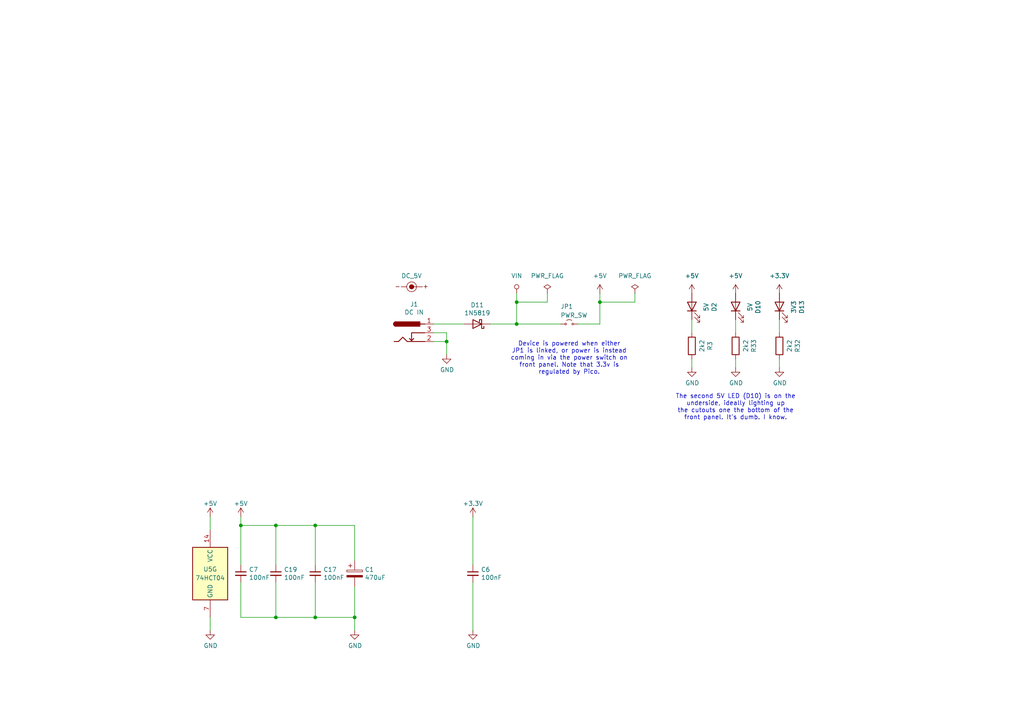
<source format=kicad_sch>
(kicad_sch (version 20231120) (generator "eeschema") (generator_version "8.0")
  (paper "A4")
  (title_block (title "BulkyModem Module (Power)"))
  (lib_symbols
    (symbol "74xx:74HCT04"
      (property "Reference" "U" (at 0 1.27 0))
      (property "Value" "74HCT04" (at 0 -1.27 0))
      (symbol "74HCT04_1_0"
        (polyline (pts (xy -3.81 3.81) (xy -3.81 -3.81) (xy 3.81 0) (xy -3.81 3.81)) (stroke (width 0.254)) (fill (type background)))
        (pin input line (at -7.62 0 0) (length 3.81) (name "~") (number "1"))
        (pin output inverted (at 7.62 0 180) (length 3.81) (name "~") (number "2"))
      )
      (symbol "74HCT04_2_0"
        (polyline (pts (xy -3.81 3.81) (xy -3.81 -3.81) (xy 3.81 0) (xy -3.81 3.81)) (stroke (width 0.254)) (fill (type background)))
        (pin input line (at -7.62 0 0) (length 3.81) (name "~") (number "3"))
        (pin output inverted (at 7.62 0 180) (length 3.81) (name "~") (number "4"))
      )
      (symbol "74HCT04_3_0"
        (polyline (pts (xy -3.81 3.81) (xy -3.81 -3.81) (xy 3.81 0) (xy -3.81 3.81)) (stroke (width 0.254)) (fill (type background)))
        (pin input line (at -7.62 0 0) (length 3.81) (name "~") (number "5"))
        (pin output inverted (at 7.62 0 180) (length 3.81) (name "~") (number "6"))
      )
      (symbol "74HCT04_4_0"
        (polyline (pts (xy -3.81 3.81) (xy -3.81 -3.81) (xy 3.81 0) (xy -3.81 3.81)) (stroke (width 0.254)) (fill (type background)))
        (pin output inverted (at 7.62 0 180) (length 3.81) (name "~") (number "8"))
        (pin input line (at -7.62 0 0) (length 3.81) (name "~") (number "9"))
      )
      (symbol "74HCT04_5_0"
        (polyline (pts (xy -3.81 3.81) (xy -3.81 -3.81) (xy 3.81 0) (xy -3.81 3.81)) (stroke (width 0.254)) (fill (type background)))
        (pin output inverted (at 7.62 0 180) (length 3.81) (name "~") (number "10"))
        (pin input line (at -7.62 0 0) (length 3.81) (name "~") (number "11"))
      )
      (symbol "74HCT04_6_0"
        (polyline (pts (xy -3.81 3.81) (xy -3.81 -3.81) (xy 3.81 0) (xy -3.81 3.81)) (stroke (width 0.254)) (fill (type background)))
        (pin output inverted (at 7.62 0 180) (length 3.81) (name "~") (number "12"))
        (pin input line (at -7.62 0 0) (length 3.81) (name "~") (number "13"))
      )
      (symbol "74HCT04_7_0"
        (pin power_in line (at 0 12.7 270) (length 5.08) (name "VCC") (number "14"))
        (pin power_in line (at 0 -12.7 90) (length 5.08) (name "GND") (number "7"))
      )
      (symbol "74HCT04_7_1"
        (rectangle (start -5.08 7.62) (end 5.08 -7.62) (stroke (width 0.254)) (fill (type background)))
      )
    )
    (symbol "BulkyModem:DC_5V" (pin_names (offset 1.016))
      (property "Reference" "SYM" (at 0 4.445 0))
      (property "Value" "DC_5V" (at 0 2.54 0))
      (symbol "DC_5V_0_0"
        (text "+" (at 4.064 0.1524 0) (effects (font (size 1.27 1.27))))
      )
      (symbol "DC_5V_0_1"
        (circle (center 0 0) (radius 0.635) (fill (type outline)))
        (circle (center 0 0) (radius 1.4224))
        (rectangle (start 0.635 0) (end 3.175 0))
      )
      (symbol "DC_5V_1_1"
        (polyline (pts (xy -1.4224 0) (xy -3.048 0)))
        (text "-" (at -4.064 0.127 0) (effects (font (size 1.27 1.27))))
      )
    )
    (symbol "Device:C_Polarized" (pin_numbers hide) (pin_names (offset 0.254))
      (property "Reference" "C" (at 0.635 2.54 0))
      (property "Value" "C_Polarized" (at 0.635 -2.54 0))
      (symbol "C_Polarized_0_1"
        (rectangle (start -2.286 0.508) (end 2.286 1.016))
        (polyline (pts (xy -1.778 2.286) (xy -0.762 2.286)))
        (polyline (pts (xy -1.27 2.794) (xy -1.27 1.778)))
        (rectangle (start 2.286 -0.508) (end -2.286 -1.016) (fill (type outline)))
      )
      (symbol "C_Polarized_1_1"
        (pin passive line (at 0 3.81 270) (length 2.794) (name "~") (number "1"))
        (pin passive line (at 0 -3.81 90) (length 2.794) (name "~") (number "2"))
      )
    )
    (symbol "Device:C_Small" (pin_numbers hide) (pin_names (offset 0.254) hide)
      (property "Reference" "C" (at 0.254 1.778 0))
      (property "Value" "C_Small" (at 0.254 -2.032 0))
      (symbol "C_Small_0_1"
        (polyline (pts (xy -1.524 -0.508) (xy 1.524 -0.508)) (stroke (width 0.3302)))
        (polyline (pts (xy -1.524 0.508) (xy 1.524 0.508)) (stroke (width 0.3048)))
      )
      (symbol "C_Small_1_1"
        (pin passive line (at 0 2.54 270) (length 2.032) (name "~") (number "1"))
        (pin passive line (at 0 -2.54 90) (length 2.032) (name "~") (number "2"))
      )
    )
    (symbol "Device:LED" (pin_numbers hide) (pin_names (offset 1.016) hide)
      (property "Reference" "D" (at 0 2.54 0))
      (property "Value" "LED" (at 0 -2.54 0))
      (symbol "LED_0_1"
        (polyline (pts (xy -1.27 -1.27) (xy -1.27 1.27)) (stroke (width 0.254)))
        (polyline (pts (xy -1.27 0) (xy 1.27 0)))
        (polyline (pts (xy 1.27 -1.27) (xy 1.27 1.27) (xy -1.27 0) (xy 1.27 -1.27)) (stroke (width 0.254)))
        (polyline (pts (xy -3.048 -0.762) (xy -4.572 -2.286) (xy -3.81 -2.286) (xy -4.572 -2.286) (xy -4.572 -1.524)))
        (polyline (pts (xy -1.778 -0.762) (xy -3.302 -2.286) (xy -2.54 -2.286) (xy -3.302 -2.286) (xy -3.302 -1.524)))
      )
      (symbol "LED_1_1"
        (pin passive line (at -3.81 0 0) (length 2.54) (name "K") (number "1"))
        (pin passive line (at 3.81 0 180) (length 2.54) (name "A") (number "2"))
      )
    )
    (symbol "Device:R" (pin_numbers hide) (pin_names (offset 0))
      (property "Reference" "R" (at 2.032 0 90))
      (property "Value" "R" (at 0 0 90))
      (symbol "R_0_1"
        (rectangle (start -1.016 -2.54) (end 1.016 2.54) (stroke (width 0.254)))
      )
      (symbol "R_1_1"
        (pin passive line (at 0 3.81 270) (length 1.27) (name "~") (number "1"))
        (pin passive line (at 0 -3.81 90) (length 1.27) (name "~") (number "2"))
      )
    )
    (symbol "Diode:1N5819" (pin_numbers hide) (pin_names (offset 1.016) hide)
      (property "Reference" "D" (at 0 2.54 0))
      (property "Value" "1N5819" (at 0 -2.54 0))
      (symbol "1N5819_0_1"
        (polyline (pts (xy 1.27 0) (xy -1.27 0)))
        (polyline (pts (xy 1.27 1.27) (xy 1.27 -1.27) (xy -1.27 0) (xy 1.27 1.27)) (stroke (width 0.254)))
        (polyline (pts (xy -1.905 0.635) (xy -1.905 1.27) (xy -1.27 1.27) (xy -1.27 -1.27) (xy -0.635 -1.27) (xy -0.635 -0.635)) (stroke (width 0.254)))
      )
      (symbol "1N5819_1_1"
        (pin passive line (at -3.81 0 0) (length 2.54) (name "K") (number "1"))
        (pin passive line (at 3.81 0 180) (length 2.54) (name "A") (number "2"))
      )
    )
    (symbol "Jumper:Jumper_2_Small_Open" (pin_numbers hide) (pin_names (offset 0) hide) (exclude_from_sim yes)
      (property "Reference" "JP" (at 0 2.794 0))
      (property "Value" "Jumper_2_Small_Open" (at 0 -2.286 0))
      (symbol "Jumper_2_Small_Open_0_0"
        (circle (center -1.016 0) (radius 0.254))
        (circle (center 1.016 0) (radius 0.254))
      )
      (symbol "Jumper_2_Small_Open_0_1"
        (arc (start 0.762 1.0196) (mid 0 1.2729) (end -0.762 1.0196))
      )
      (symbol "Jumper_2_Small_Open_1_1"
        (pin passive line (at -2.54 0 0) (length 1.27) (name "A") (number "1"))
        (pin passive line (at 2.54 0 180) (length 1.27) (name "B") (number "2"))
      )
    )
    (symbol "barrel_jack:Jack-DC" (pin_names (offset 1.016))
      (property "Reference" "J" (at 0 5.334 0))
      (property "Value" "Jack-DC" (at 0 -4.445 0))
      (symbol "Jack-DC_0_1"
        (arc (start -3.302 3.175) (mid -3.937 2.54) (end -3.302 1.905) (stroke (width 0.254)))
        (arc (start -3.302 3.175) (mid -3.937 2.54) (end -3.302 1.905) (stroke (width 0.254)) (fill (type outline)))
        (polyline (pts (xy 1.27 -2.286) (xy 1.905 -1.651)) (stroke (width 0.254)))
        (polyline (pts (xy 5.08 2.54) (xy 3.81 2.54)) (stroke (width 0.254)))
        (polyline (pts (xy 5.08 0) (xy 1.27 0) (xy 1.27 -2.286) (xy 0.635 -1.651)) (stroke (width 0.254)))
        (polyline (pts (xy -3.81 -2.54) (xy -2.54 -2.54) (xy -1.27 -1.27) (xy 0 -2.54) (xy 2.54 -2.54) (xy 5.08 -2.54)) (stroke (width 0.254)))
        (rectangle (start 3.683 3.175) (end -3.302 1.905) (stroke (width 0.254)) (fill (type outline)))
      )
      (symbol "Jack-DC_1_1"
        (pin power_out line (at 7.62 2.54 180) (length 2.54) (name "~") (number "1"))
        (pin power_out line (at 7.62 -2.54 180) (length 2.54) (name "~") (number "2"))
        (pin passive line (at 7.62 0 180) (length 2.54) (name "~") (number "3"))
      )
    )
    (symbol "barrel_jack:VIN" (power) (pin_names (offset 0))
      (property "Value" "VIN" (at 0 3.81 0))
      (symbol "VIN_0_1"
        (polyline (pts (xy 0 0) (xy 0 1.27)))
        (circle (center 0 1.905) (radius 0.635))
      )
      (symbol "VIN_1_1"
        (pin power_in line (at 0 0 90) (length 0) hide (name "VIN") (number "1"))
      )
    )
    (symbol "power:+3.3V" (power) (pin_numbers hide) (pin_names (offset 0) hide)
      (property "Value" "+3.3V" (at 0 3.556 0))
      (symbol "+3.3V_0_1"
        (polyline (pts (xy -0.762 1.27) (xy 0 2.54)))
        (polyline (pts (xy 0 0) (xy 0 2.54)))
        (polyline (pts (xy 0 2.54) (xy 0.762 1.27)))
      )
      (symbol "+3.3V_1_1"
        (pin power_in line (at 0 0 90) (length 0) (name "~") (number "1"))
      )
    )
    (symbol "power:+5V" (power) (pin_numbers hide) (pin_names (offset 0) hide)
      (property "Value" "+5V" (at 0 3.556 0))
      (symbol "+5V_0_1"
        (polyline (pts (xy -0.762 1.27) (xy 0 2.54)))
        (polyline (pts (xy 0 0) (xy 0 2.54)))
        (polyline (pts (xy 0 2.54) (xy 0.762 1.27)))
      )
      (symbol "+5V_1_1"
        (pin power_in line (at 0 0 90) (length 0) (name "~") (number "1"))
      )
    )
    (symbol "power:GND" (power) (pin_numbers hide) (pin_names (offset 0) hide)
      (property "Value" "GND" (at 0 -3.81 0))
      (symbol "GND_0_1"
        (polyline (pts (xy 0 0) (xy 0 -1.27) (xy 1.27 -1.27) (xy 0 -2.54) (xy -1.27 -1.27) (xy 0 -1.27)))
      )
      (symbol "GND_1_1"
        (pin power_in line (at 0 0 270) (length 0) (name "~") (number "1"))
      )
    )
    (symbol "power:PWR_FLAG" (power) (pin_numbers hide) (pin_names (offset 0) hide)
      (property "Value" "PWR_FLAG" (at 0 3.81 0))
      (symbol "PWR_FLAG_0_0"
        (pin power_out line (at 0 0 90) (length 0) (name "~") (number "1"))
      )
      (symbol "PWR_FLAG_0_1"
        (polyline (pts (xy 0 0) (xy 0 1.27) (xy -1.016 1.905) (xy 0 2.54) (xy 1.016 1.905) (xy 0 1.27)))
      )
    )
  )
  (junction (at 91.44 179.07))
  (junction (at 80.01 179.07))
  (junction (at 149.86 93.98))
  (junction (at 80.01 152.4))
  (junction (at 91.44 152.4))
  (junction (at 102.87 179.07))
  (junction (at 173.99 87.63))
  (junction (at 129.54 99.06))
  (junction (at 69.85 152.4))
  (junction (at 149.86 87.63))
  (wire (pts (xy 129.54 99.06) (xy 129.54 102.87)))
  (wire (pts (xy 102.87 170.18) (xy 102.87 179.07)))
  (wire (pts (xy 149.86 87.63) (xy 149.86 93.98)))
  (wire (pts (xy 80.01 179.07) (xy 91.44 179.07)))
  (wire (pts (xy 69.85 152.4) (xy 69.85 163.83)))
  (wire (pts (xy 80.01 152.4) (xy 80.01 163.83)))
  (wire (pts (xy 137.16 168.91) (xy 137.16 182.88)))
  (wire (pts (xy 149.86 93.98) (xy 162.56 93.98)))
  (wire (pts (xy 158.75 87.63) (xy 149.86 87.63)))
  (wire (pts (xy 149.86 85.09) (xy 149.86 87.63)))
  (wire (pts (xy 69.85 149.86) (xy 69.85 152.4)))
  (wire (pts (xy 226.06 104.14) (xy 226.06 106.68)))
  (wire (pts (xy 158.75 85.09) (xy 158.75 87.63)))
  (wire (pts (xy 80.01 152.4) (xy 91.44 152.4)))
  (wire (pts (xy 60.96 179.07) (xy 60.96 182.88)))
  (wire (pts (xy 69.85 179.07) (xy 80.01 179.07)))
  (wire (pts (xy 137.16 149.86) (xy 137.16 163.83)))
  (wire (pts (xy 125.73 93.98) (xy 134.62 93.98)))
  (wire (pts (xy 184.15 87.63) (xy 184.15 85.09)))
  (wire (pts (xy 200.66 92.71) (xy 200.66 96.52)))
  (wire (pts (xy 80.01 168.91) (xy 80.01 179.07)))
  (wire (pts (xy 80.01 152.4) (xy 69.85 152.4)))
  (wire (pts (xy 173.99 85.09) (xy 173.99 87.63)))
  (wire (pts (xy 226.06 92.71) (xy 226.06 96.52)))
  (wire (pts (xy 60.96 149.86) (xy 60.96 153.67)))
  (wire (pts (xy 173.99 87.63) (xy 173.99 93.98)))
  (wire (pts (xy 125.73 99.06) (xy 129.54 99.06)))
  (wire (pts (xy 125.73 96.52) (xy 129.54 96.52)))
  (wire (pts (xy 91.44 168.91) (xy 91.44 179.07)))
  (wire (pts (xy 102.87 152.4) (xy 91.44 152.4)))
  (wire (pts (xy 102.87 179.07) (xy 91.44 179.07)))
  (wire (pts (xy 129.54 96.52) (xy 129.54 99.06)))
  (wire (pts (xy 69.85 168.91) (xy 69.85 179.07)))
  (wire (pts (xy 213.36 92.71) (xy 213.36 96.52)))
  (wire (pts (xy 173.99 93.98) (xy 167.64 93.98)))
  (wire (pts (xy 213.36 104.14) (xy 213.36 106.68)))
  (wire (pts (xy 91.44 152.4) (xy 91.44 163.83)))
  (wire (pts (xy 142.24 93.98) (xy 149.86 93.98)))
  (wire (pts (xy 102.87 179.07) (xy 102.87 182.88)))
  (wire (pts (xy 200.66 104.14) (xy 200.66 106.68)))
  (wire (pts (xy 173.99 87.63) (xy 184.15 87.63)))
  (wire (pts (xy 102.87 162.56) (xy 102.87 152.4)))
  (text "Device is powered when either\nJP1 is linked, or power is instead\ncoming in via the power switch on\nfront panel. Note that 3.3v is\nregulated by Pico." (at 165.1 99.06 0) (effects (font (size 1.27 1.27)) (justify top)))
  (text "The second 5V LED (D10) is on the\nunderside, ideally lighting up\nthe cutouts one the bottom of the\nfront panel. It's dumb. I know." (at 213.36 118.11 0) (effects (font (size 1.27 1.27))))
  (symbol (lib_id "Device:C_Small") (at 91.44 166.37 0) (unit 1)
    (property "Reference" "C17" (at 93.7768 165.2016 0) (effects (justify left)))
    (property "Value" "100nF" (at 93.7768 167.513 0) (effects (justify left)))
    (property "Footprint" "Capacitor_THT:C_Disc_D4.7mm_W2.5mm_P5.00mm" (effects (hide yes)))
    (property "Description" "Unpolarized capacitor, small symbol" (effects (hide yes)))
  )
  (symbol (lib_id "Device:C_Small") (at 80.01 166.37 0) (unit 1)
    (property "Reference" "C19" (at 82.3468 165.2016 0) (effects (justify left)))
    (property "Value" "100nF" (at 82.3468 167.513 0) (effects (justify left)))
    (property "Footprint" "Capacitor_THT:C_Disc_D4.7mm_W2.5mm_P5.00mm" (effects (hide yes)))
    (property "Description" "Unpolarized capacitor, small symbol" (effects (hide yes)))
  )
  (symbol (lib_id "Device:C_Small") (at 69.85 166.37 0) (unit 1)
    (property "Reference" "C7" (at 72.1868 165.2016 0) (effects (justify left)))
    (property "Value" "100nF" (at 72.1868 167.513 0) (effects (justify left)))
    (property "Footprint" "Capacitor_THT:C_Disc_D4.7mm_W2.5mm_P5.00mm" (effects (hide yes)))
    (property "Description" "Unpolarized capacitor, small symbol" (effects (hide yes)))
  )
  (symbol (lib_id "Jumper:Jumper_2_Small_Open") (at 165.1 93.98 0) (unit 1) (exclude_from_sim yes)
    (property "Reference" "JP1" (at 162.56 88.9 0) (effects (justify left)))
    (property "Value" "PWR_SW" (at 162.56 91.44 0) (effects (justify left)))
    (property "Footprint" "Connector_PinHeader_2.54mm:PinHeader_1x02_P2.54mm_Vertical" (effects (hide yes)))
    (property "Description" "Jumper, 2-pole, small symbol, open" (effects (hide yes)))
  )
  (symbol (lib_id "barrel_jack:Jack-DC") (at 118.11 96.52 0) (unit 1)
    (property "Reference" "J1" (at 120.1166 88.265 0))
    (property "Value" "DC IN" (at 120.1166 90.5764 0))
    (property "Footprint" "BulkyModem:BARREL_JACK" (effects (hide yes)))
    (property "Description" "DC Barrel Jack" (effects (hide yes)))
  )
  (symbol (lib_id "power:GND") (at 129.54 102.87 0) (unit 1)
    (property "Reference" "#PWR0108" (effects (hide yes)))
    (property "Value" "GND" (at 129.667 107.2642 0))
    (property "Description" "Power symbol creates a global label with name \"GND\" , ground" (effects (hide yes)))
  )
  (symbol (lib_id "Device:C_Small") (at 137.16 166.37 0) (unit 1)
    (property "Reference" "C6" (at 139.4968 165.2016 0) (effects (justify left)))
    (property "Value" "100nF" (at 139.4968 167.513 0) (effects (justify left)))
    (property "Footprint" "Capacitor_THT:C_Disc_D4.7mm_W2.5mm_P5.00mm" (effects (hide yes)))
    (property "Description" "Unpolarized capacitor, small symbol" (effects (hide yes)))
  )
  (symbol (lib_id "Device:C_Polarized") (at 102.87 166.37 0) (unit 1)
    (property "Reference" "C1" (at 105.791 165.2016 0) (effects (justify left)))
    (property "Value" "470uF" (at 105.791 167.513 0) (effects (justify left)))
    (property "Footprint" "Capacitor_THT:CP_Radial_D8.0mm_P3.50mm" (effects (hide yes)))
    (property "Description" "Polarized capacitor" (effects (hide yes)))
  )
  (symbol (lib_id "power:+5V") (at 69.85 149.86 0) (unit 1)
    (property "Reference" "#PWR0110" (effects (hide yes)))
    (property "Value" "+5V" (at 69.85 146.05 0))
    (property "Description" "Power symbol creates a global label with name \"+5V\"" (effects (hide yes)))
  )
  (symbol (lib_id "power:GND") (at 60.96 182.88 0) (unit 1)
    (property "Reference" "#PWR0133" (effects (hide yes)))
    (property "Value" "GND" (at 61.087 187.2742 0))
    (property "Description" "Power symbol creates a global label with name \"GND\" , ground" (effects (hide yes)))
  )
  (symbol (lib_id "BulkyModem:DC_5V") (at 119.38 83.185 0) (unit 1)
    (property "Reference" "SYM1" (effects (hide yes)))
    (property "Value" "DC_5V" (at 119.38 80.01 0))
    (property "Footprint" "BulkyModem:PWR_Specification" (effects (hide yes)))
  )
  (symbol (lib_id "barrel_jack:VIN") (at 149.86 85.09 0) (unit 1)
    (property "Reference" "#PWR0134" (effects (hide yes)))
    (property "Value" "VIN" (at 149.86 80.01 0))
    (property "Description" "Power symbol creates a global label with name \"LINE\"" (effects (hide yes)))
  )
  (symbol (lib_id "Diode:1N5819") (at 138.43 93.98 180) (unit 1)
    (property "Reference" "D11" (at 138.43 88.4682 0))
    (property "Value" "1N5819" (at 138.43 90.7796 0))
    (property "Footprint" "BulkyModem:D_DO-41_SOD81_P10.16mm_Horizontal" (effects (hide yes)))
    (property "Datasheet" "http://www.vishay.com/docs/88525/1n5817.pdf" (effects (hide yes)))
    (property "Description" "40V 1A Schottky Barrier Rectifier Diode, DO-41" (effects (hide yes)))
  )
  (symbol (lib_id "power:GND") (at 137.16 182.88 0) (unit 1)
    (property "Reference" "#PWR018" (effects (hide yes)))
    (property "Value" "GND" (at 137.287 187.2742 0))
    (property "Description" "Power symbol creates a global label with name \"GND\" , ground" (effects (hide yes)))
  )
  (symbol (lib_id "power:GND") (at 200.66 106.68 0) (unit 1)
    (property "Reference" "#PWR034" (effects (hide yes)))
    (property "Value" "GND" (at 200.787 111.0742 0))
    (property "Description" "Power symbol creates a global label with name \"GND\" , ground" (effects (hide yes)))
  )
  (symbol (lib_id "power:+3.3V") (at 226.06 85.09 0) (unit 1)
    (property "Reference" "#PWR032" (effects (hide yes)))
    (property "Value" "+3.3V" (at 226.06 80.01 0))
    (property "Description" "Power symbol creates a global label with name \"+3.3V\"" (effects (hide yes)))
  )
  (symbol (lib_id "Device:R") (at 226.06 100.33 180) (unit 1)
    (property "Reference" "R32" (at 231.3178 100.33 90))
    (property "Value" "2k2" (at 229.0064 100.33 90))
    (property "Footprint" "resistor:R_Axial_DIN0207_L6.3mm_D2.5mm_P10.16mm_Horizontal" (effects (hide yes)))
    (property "Description" "Resistor" (effects (hide yes)))
  )
  (symbol (lib_id "power:GND") (at 213.36 106.68 0) (unit 1)
    (property "Reference" "#PWR039" (effects (hide yes)))
    (property "Value" "GND" (at 213.487 111.0742 0))
    (property "Description" "Power symbol creates a global label with name \"GND\" , ground" (effects (hide yes)))
  )
  (symbol (lib_id "Device:LED") (at 213.36 88.9 90) (unit 1)
    (property "Reference" "D10" (at 219.837 89.0778 0))
    (property "Value" "5V" (at 217.5256 89.0778 0))
    (property "Footprint" "LED_THT:LED_D3.0mm_Horizontal_O1.27mm_Z2.0mm" (effects (hide yes)))
    (property "Description" "Light emitting diode" (effects (hide yes)))
  )
  (symbol (lib_id "power:GND") (at 102.87 182.88 0) (unit 1)
    (property "Reference" "#PWR028" (effects (hide yes)))
    (property "Value" "GND" (at 102.997 187.2742 0))
    (property "Description" "Power symbol creates a global label with name \"GND\" , ground" (effects (hide yes)))
  )
  (symbol (lib_id "power:+3.3V") (at 137.16 149.86 0) (unit 1)
    (property "Reference" "#PWR016" (effects (hide yes)))
    (property "Value" "+3.3V" (at 137.16 146.05 0))
    (property "Description" "Power symbol creates a global label with name \"+3.3V\"" (effects (hide yes)))
  )
  (symbol (lib_id "Device:LED") (at 200.66 88.9 90) (unit 1)
    (property "Reference" "D2" (at 207.137 89.0778 0))
    (property "Value" "5V" (at 204.8256 89.0778 0))
    (property "Footprint" "LED_THT:LED_D3.0mm" (effects (hide yes)))
    (property "Description" "Light emitting diode" (effects (hide yes)))
  )
  (symbol (lib_id "power:+5V") (at 173.99 85.09 0) (unit 1)
    (property "Reference" "#PWR017" (effects (hide yes)))
    (property "Value" "+5V" (at 173.99 80.01 0))
    (property "Description" "Power symbol creates a global label with name \"+5V\"" (effects (hide yes)))
  )
  (symbol (lib_id "Device:R") (at 213.36 100.33 180) (unit 1)
    (property "Reference" "R33" (at 218.6178 100.33 90))
    (property "Value" "2k2" (at 216.3064 100.33 90))
    (property "Footprint" "resistor:R_Axial_DIN0207_L6.3mm_D2.5mm_P10.16mm_Horizontal" (effects (hide yes)))
    (property "Description" "Resistor" (effects (hide yes)))
  )
  (symbol (lib_id "power:+5V") (at 60.96 149.86 0) (unit 1)
    (property "Reference" "#PWR027" (effects (hide yes)))
    (property "Value" "+5V" (at 60.96 146.05 0))
    (property "Description" "Power symbol creates a global label with name \"+5V\"" (effects (hide yes)))
  )
  (symbol (lib_id "power:+5V") (at 213.36 85.09 0) (unit 1)
    (property "Reference" "#PWR038" (effects (hide yes)))
    (property "Value" "+5V" (at 213.36 80.01 0))
    (property "Description" "Power symbol creates a global label with name \"+5V\"" (effects (hide yes)))
  )
  (symbol (lib_id "Device:LED") (at 226.06 88.9 90) (unit 1)
    (property "Reference" "D13" (at 232.537 89.0778 0))
    (property "Value" "3V3" (at 230.2256 89.0778 0))
    (property "Footprint" "LED_THT:LED_D3.0mm" (effects (hide yes)))
    (property "Description" "Light emitting diode" (effects (hide yes)))
  )
  (symbol (lib_id "power:GND") (at 226.06 106.68 0) (unit 1)
    (property "Reference" "#PWR033" (effects (hide yes)))
    (property "Value" "GND" (at 226.187 111.0742 0))
    (property "Description" "Power symbol creates a global label with name \"GND\" , ground" (effects (hide yes)))
  )
  (symbol (lib_id "power:+5V") (at 200.66 85.09 0) (unit 1)
    (property "Reference" "#PWR04" (effects (hide yes)))
    (property "Value" "+5V" (at 200.66 80.01 0))
    (property "Description" "Power symbol creates a global label with name \"+5V\"" (effects (hide yes)))
  )
  (symbol (lib_id "74xx:74HCT04") (at 60.96 166.37 0) (unit 7)
    (property "Reference" "U5" (at 60.96 165.1 0))
    (property "Value" "74HCT04" (at 60.96 167.64 0))
    (property "Footprint" "Package_DIP:DIP-14_W7.62mm_Socket_LongPads" (effects (hide yes)))
    (property "Datasheet" "https://assets.nexperia.com/documents/data-sheet/74HC_HCT04.pdf" (effects (hide yes)))
    (property "Description" "Hex Inverter" (effects (hide yes)))
  )
  (symbol (lib_id "Device:R") (at 200.66 100.33 180) (unit 1)
    (property "Reference" "R3" (at 205.9178 100.33 90))
    (property "Value" "2k2" (at 203.6064 100.33 90))
    (property "Footprint" "resistor:R_Axial_DIN0207_L6.3mm_D2.5mm_P10.16mm_Horizontal" (effects (hide yes)))
    (property "Description" "Resistor" (effects (hide yes)))
  )
  (symbol (lib_id "power:PWR_FLAG") (at 184.15 85.09 0) (unit 1)
    (property "Reference" "#FLG01" (effects (hide yes)))
    (property "Value" "PWR_FLAG" (at 184.15 80.01 0))
    (property "Description" "Special symbol for telling ERC where power comes from" (effects (hide yes)))
  )
  (symbol (lib_id "power:PWR_FLAG") (at 158.75 85.09 0) (unit 1)
    (property "Reference" "#FLG02" (effects (hide yes)))
    (property "Value" "PWR_FLAG" (at 158.75 80.01 0))
    (property "Description" "Special symbol for telling ERC where power comes from" (effects (hide yes)))
  )
)
</source>
